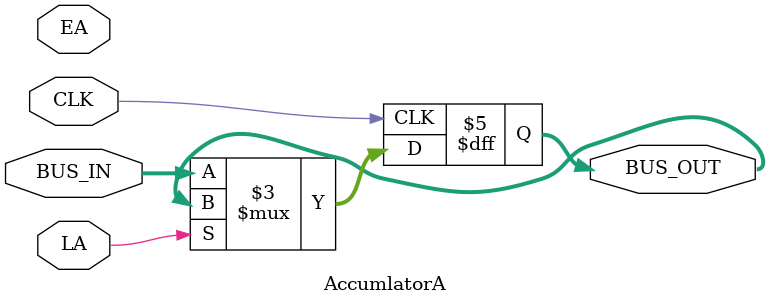
<source format=v>
module AccumlatorA #(parameter WIDTH=8)(input CLK,
input LA,
input EA,
input [WIDTH-1:0] BUS_IN,
output reg [WIDTH-1:0] BUS_OUT
);

always @(posedge CLK)
 begin
	if(!LA)
	 begin
		BUS_OUT<=BUS_IN;
	 end
 end




endmodule

</source>
